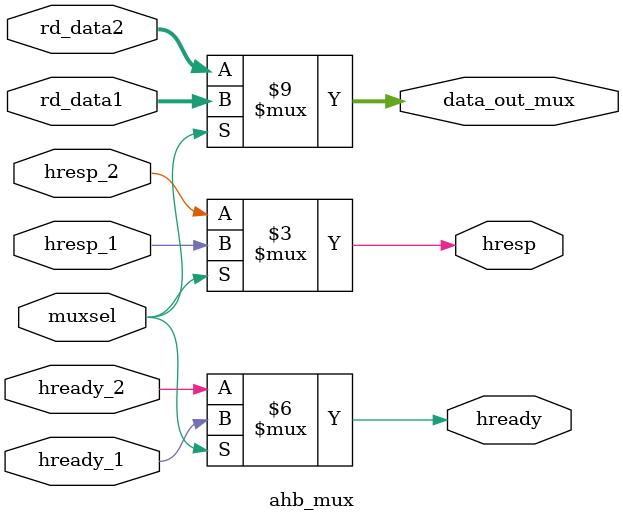
<source format=v>
`timescale 1ns / 1ps
module ahb_mux(
    input        hready_1, hready_2, hresp_1, hresp_2,
    input [31:0] rd_data1, rd_data2,
    input        muxsel,  // 0: RAM, 1: ROM
    output reg [31:0] data_out_mux,
    output reg        hready,
    output reg        hresp
);

always @(*) begin
    // Default values
    data_out_mux = 32'b0;
    hready       = 1;
    hresp        = 0;

    if (muxsel) begin
        // ROM selected
        data_out_mux = rd_data1;
        hready       = hready_1;
        hresp        = hresp_1;
    end else begin
        // RAM selected
        data_out_mux = rd_data2;
        hready       = hready_2;
        hresp        = hresp_2;
    end
end
endmodule

</source>
